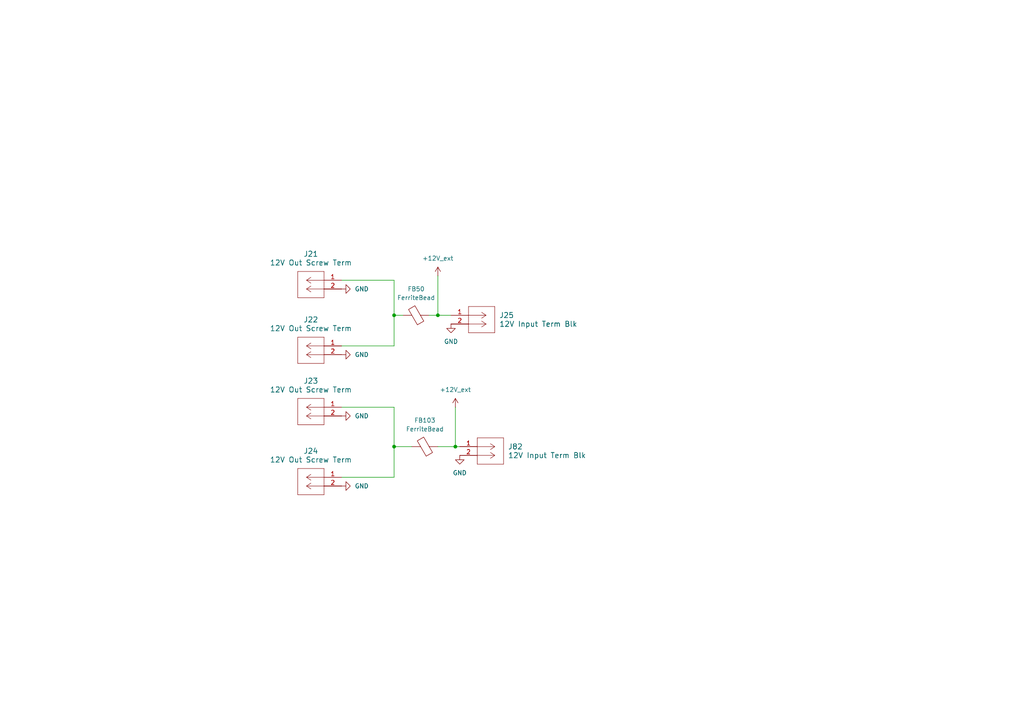
<source format=kicad_sch>
(kicad_sch (version 20231120) (generator "eeschema") (generator_version "8.0")
  (paper "A4")
  (title_block (title "PWR SPLY Screw Terminals for Fans") (date "2024-04-04") (rev "1.0"))
  (lib_symbols
    (symbol "BCRL_power_supply:OSTVN02A150" (pin_names (offset 0.254) hide)
      (property "Reference" "J" (at 8.89 6.35 0))
      (property "Value" "OSTVN02A150" (at 5.08 -6.35 0))
      (symbol "OSTVN02A150_1_1"
        (polyline (pts (xy 5.08 -5.08) (xy 12.7 -5.08)) (stroke (width 0.127)))
        (polyline (pts (xy 5.08 2.54) (xy 5.08 -5.08)) (stroke (width 0.127)))
        (polyline (pts (xy 10.16 -2.54) (xy 5.08 -2.54)) (stroke (width 0.127)))
        (polyline (pts (xy 10.16 -2.54) (xy 8.89 -3.3867)) (stroke (width 0.127)))
        (polyline (pts (xy 10.16 -2.54) (xy 8.89 -1.6933)) (stroke (width 0.127)))
        (polyline (pts (xy 10.16 0) (xy 5.08 0)) (stroke (width 0.127)))
        (polyline (pts (xy 10.16 0) (xy 8.89 -0.8467)) (stroke (width 0.127)))
        (polyline (pts (xy 10.16 0) (xy 8.89 0.8467)) (stroke (width 0.127)))
        (polyline (pts (xy 12.7 -5.08) (xy 12.7 2.54)) (stroke (width 0.127)))
        (polyline (pts (xy 12.7 2.54) (xy 5.08 2.54)) (stroke (width 0.127)))
        (pin unspecified line (at 0 0 0) (length 5.08) (name "1") (number "1"))
        (pin unspecified line (at 0 -2.54 0) (length 5.08) (name "2") (number "2"))
      )
      (symbol "OSTVN02A150_1_2"
        (polyline (pts (xy 5.08 -5.08) (xy 12.7 -5.08)) (stroke (width 0.127)))
        (polyline (pts (xy 5.08 2.54) (xy 5.08 -5.08)) (stroke (width 0.127)))
        (polyline (pts (xy 7.62 -2.54) (xy 5.08 -2.54)) (stroke (width 0.127)))
        (polyline (pts (xy 7.62 -2.54) (xy 8.89 -3.3867)) (stroke (width 0.127)))
        (polyline (pts (xy 7.62 -2.54) (xy 8.89 -1.6933)) (stroke (width 0.127)))
        (polyline (pts (xy 7.62 0) (xy 5.08 0)) (stroke (width 0.127)))
        (polyline (pts (xy 7.62 0) (xy 8.89 -0.8467)) (stroke (width 0.127)))
        (polyline (pts (xy 7.62 0) (xy 8.89 0.8467)) (stroke (width 0.127)))
        (polyline (pts (xy 12.7 -5.08) (xy 12.7 2.54)) (stroke (width 0.127)))
        (polyline (pts (xy 12.7 2.54) (xy 5.08 2.54)) (stroke (width 0.127)))
        (pin unspecified line (at 0 0 0) (length 5.08) (name "1") (number "1"))
        (pin unspecified line (at 0 -2.54 0) (length 5.08) (name "2") (number "2"))
      )
    )
    (symbol "Device:FerriteBead" (pin_numbers hide) (pin_names (offset 0))
      (property "Reference" "FB" (at -3.81 0.635 90))
      (property "Value" "FerriteBead" (at 3.81 0 90))
      (symbol "FerriteBead_0_1"
        (polyline (pts (xy 0 -1.27) (xy 0 -1.2192)))
        (polyline (pts (xy 0 1.27) (xy 0 1.2954)))
        (polyline (pts (xy -2.7686 0.4064) (xy -1.7018 2.2606) (xy 2.7686 -0.3048) (xy 1.6764 -2.159) (xy -2.7686 0.4064)))
      )
      (symbol "FerriteBead_1_1"
        (pin passive line (at 0 3.81 270) (length 2.54) (name "~") (number "1"))
        (pin passive line (at 0 -3.81 90) (length 2.54) (name "~") (number "2"))
      )
    )
    (symbol "GND_1" (power) (pin_numbers hide) (pin_names (offset 0) hide)
      (property "Value" "GND" (at 0 -3.81 0))
      (symbol "GND_1_0_1"
        (polyline (pts (xy 0 0) (xy 0 -1.27) (xy 1.27 -1.27) (xy 0 -2.54) (xy -1.27 -1.27) (xy 0 -1.27)))
      )
      (symbol "GND_1_1_1"
        (pin power_in line (at 0 0 270) (length 0) hide (name "GND") (number "1"))
      )
    )
    (symbol "GND_2" (power) (pin_numbers hide) (pin_names (offset 0) hide)
      (property "Value" "GND" (at 0 -3.81 0))
      (symbol "GND_2_0_1"
        (polyline (pts (xy 0 0) (xy 0 -1.27) (xy 1.27 -1.27) (xy 0 -2.54) (xy -1.27 -1.27) (xy 0 -1.27)))
      )
      (symbol "GND_2_1_1"
        (pin power_in line (at 0 0 270) (length 0) hide (name "GND") (number "1"))
      )
    )
    (symbol "GND_3" (power) (pin_numbers hide) (pin_names (offset 0) hide)
      (property "Value" "GND" (at 0 -3.81 0))
      (symbol "GND_3_0_1"
        (polyline (pts (xy 0 0) (xy 0 -1.27) (xy 1.27 -1.27) (xy 0 -2.54) (xy -1.27 -1.27) (xy 0 -1.27)))
      )
      (symbol "GND_3_1_1"
        (pin power_in line (at 0 0 270) (length 0) hide (name "GND") (number "1"))
      )
    )
    (symbol "GND_4" (power) (pin_numbers hide) (pin_names (offset 0) hide)
      (property "Value" "GND" (at 0 -3.81 0))
      (symbol "GND_4_0_1"
        (polyline (pts (xy 0 0) (xy 0 -1.27) (xy 1.27 -1.27) (xy 0 -2.54) (xy -1.27 -1.27) (xy 0 -1.27)))
      )
      (symbol "GND_4_1_1"
        (pin power_in line (at 0 0 270) (length 0) hide (name "GND") (number "1"))
      )
    )
    (symbol "OSTVN02A150_1" (pin_names (offset 0.254) hide)
      (property "Reference" "J" (at 8.89 6.35 0))
      (property "Value" "OSTVN02A150" (at 5.08 -6.35 0))
      (symbol "OSTVN02A150_1_1_1"
        (polyline (pts (xy 5.08 -5.08) (xy 12.7 -5.08)) (stroke (width 0.127)))
        (polyline (pts (xy 5.08 2.54) (xy 5.08 -5.08)) (stroke (width 0.127)))
        (polyline (pts (xy 10.16 -2.54) (xy 5.08 -2.54)) (stroke (width 0.127)))
        (polyline (pts (xy 10.16 -2.54) (xy 8.89 -3.3867)) (stroke (width 0.127)))
        (polyline (pts (xy 10.16 -2.54) (xy 8.89 -1.6933)) (stroke (width 0.127)))
        (polyline (pts (xy 10.16 0) (xy 5.08 0)) (stroke (width 0.127)))
        (polyline (pts (xy 10.16 0) (xy 8.89 -0.8467)) (stroke (width 0.127)))
        (polyline (pts (xy 10.16 0) (xy 8.89 0.8467)) (stroke (width 0.127)))
        (polyline (pts (xy 12.7 -5.08) (xy 12.7 2.54)) (stroke (width 0.127)))
        (polyline (pts (xy 12.7 2.54) (xy 5.08 2.54)) (stroke (width 0.127)))
        (pin unspecified line (at 0 0 0) (length 5.08) (name "1") (number "1"))
        (pin unspecified line (at 0 -2.54 0) (length 5.08) (name "2") (number "2"))
      )
      (symbol "OSTVN02A150_1_1_2"
        (polyline (pts (xy 5.08 -5.08) (xy 12.7 -5.08)) (stroke (width 0.127)))
        (polyline (pts (xy 5.08 2.54) (xy 5.08 -5.08)) (stroke (width 0.127)))
        (polyline (pts (xy 7.62 -2.54) (xy 5.08 -2.54)) (stroke (width 0.127)))
        (polyline (pts (xy 7.62 -2.54) (xy 8.89 -3.3867)) (stroke (width 0.127)))
        (polyline (pts (xy 7.62 -2.54) (xy 8.89 -1.6933)) (stroke (width 0.127)))
        (polyline (pts (xy 7.62 0) (xy 5.08 0)) (stroke (width 0.127)))
        (polyline (pts (xy 7.62 0) (xy 8.89 -0.8467)) (stroke (width 0.127)))
        (polyline (pts (xy 7.62 0) (xy 8.89 0.8467)) (stroke (width 0.127)))
        (polyline (pts (xy 12.7 -5.08) (xy 12.7 2.54)) (stroke (width 0.127)))
        (polyline (pts (xy 12.7 2.54) (xy 5.08 2.54)) (stroke (width 0.127)))
        (pin unspecified line (at 0 0 0) (length 5.08) (name "1") (number "1"))
        (pin unspecified line (at 0 -2.54 0) (length 5.08) (name "2") (number "2"))
      )
    )
    (symbol "power:+12V" (power) (pin_numbers hide) (pin_names (offset 0) hide)
      (property "Value" "+12V" (at 0 3.556 0))
      (symbol "+12V_0_1"
        (polyline (pts (xy -0.762 1.27) (xy 0 2.54)))
        (polyline (pts (xy 0 0) (xy 0 2.54)))
        (polyline (pts (xy 0 2.54) (xy 0.762 1.27)))
      )
      (symbol "+12V_1_1"
        (pin power_in line (at 0 0 90) (length 0) (name "~") (number "1"))
      )
    )
    (symbol "power:GND" (power) (pin_numbers hide) (pin_names (offset 0) hide)
      (property "Value" "GND" (at 0 -3.81 0))
      (symbol "GND_0_1"
        (polyline (pts (xy 0 0) (xy 0 -1.27) (xy 1.27 -1.27) (xy 0 -2.54) (xy -1.27 -1.27) (xy 0 -1.27)))
      )
      (symbol "GND_1_1"
        (pin power_in line (at 0 0 270) (length 0) hide (name "GND") (number "1"))
      )
    )
  )
  (junction (at 114.3 91.44))
  (junction (at 132.08 129.54))
  (junction (at 114.3 129.54))
  (junction (at 127 91.44))
  (wire (pts (xy 127 129.54) (xy 132.08 129.54)))
  (wire (pts (xy 114.3 118.11) (xy 114.3 129.54)))
  (wire (pts (xy 114.3 81.28) (xy 114.3 91.44)))
  (wire (pts (xy 114.3 91.44) (xy 114.3 100.33)))
  (wire (pts (xy 99.06 81.28) (xy 114.3 81.28)))
  (wire (pts (xy 127 80.01) (xy 127 91.44)))
  (wire (pts (xy 99.06 100.33) (xy 114.3 100.33)))
  (wire (pts (xy 114.3 91.44) (xy 116.84 91.44)))
  (wire (pts (xy 132.08 129.54) (xy 133.35 129.54)))
  (wire (pts (xy 124.46 91.44) (xy 127 91.44)))
  (wire (pts (xy 99.06 138.43) (xy 114.3 138.43)))
  (wire (pts (xy 132.08 118.11) (xy 132.08 129.54)))
  (wire (pts (xy 127 91.44) (xy 130.81 91.44)))
  (wire (pts (xy 99.06 118.11) (xy 114.3 118.11)))
  (wire (pts (xy 114.3 129.54) (xy 119.38 129.54)))
  (wire (pts (xy 114.3 129.54) (xy 114.3 138.43)))
  (symbol (lib_id "BCRL_power_supply:OSTVN02A150") (at 130.81 91.44 0) (unit 1)
    (property "Reference" "J25" (at 144.78 91.4399 0) (effects (font (size 1.524 1.524)) (justify left)))
    (property "Value" "12V Input Term Blk" (at 144.78 93.9799 0) (effects (font (size 1.524 1.524)) (justify left)))
    (property "Footprint" "BCRL_power_supply:CONN_OSTVN02A150_OST" (effects (hide yes)))
    (property "Datasheet" "https://mm.digikey.com/Volume0/opasdata/d220001/medias/docus/1123/OSTVNXXA150.pdf" (effects (hide yes)))
    (property "Description" "2 Screw Terminal" (effects (hide yes)))
    (property "PN" "OSTVN02A150" (effects (hide yes)))
    (property "Mfr" "On Shore Technology Inc." (effects (hide yes)))
  )
  (symbol (lib_id "Device:FerriteBead") (at 120.65 91.44 270) (mirror x) (unit 1)
    (property "Reference" "FB50" (at 120.7008 83.82 90))
    (property "Value" "FerriteBead" (at 120.7008 86.36 90))
    (property "Footprint" "BCRL_power_supply:BEADC1005X55N" (effects (hide yes)))
    (property "Datasheet" "https://product.tdk.com/system/files/dam/doc/product/emc/emc/suppression-filter/catalog/suppression-filter_commercial_maf1005p_en.pdf" (effects (hide yes)))
    (property "Description" "Ferrite bead 9 mOhm 6A" (effects (hide yes)))
    (property "PN" "MAF1005PAD120CT000" (effects (hide yes)))
    (property "Mfr" "TDK" (effects (hide yes)))
  )
  (symbol (lib_id "power:+12V") (at 132.08 118.11 0) (unit 1)
    (property "Reference" "#PWR0327" (effects (hide yes)))
    (property "Value" "+12V_ext" (at 132.08 113.03 0))
    (property "Description" "Power symbol creates a global label with name \"+12V\"" (effects (hide yes)))
  )
  (symbol (lib_name "GND_4") (lib_id "power:GND") (at 99.06 140.97 90) (mirror x) (unit 1)
    (property "Reference" "#PWR097" (effects (hide yes)))
    (property "Value" "GND" (at 102.87 140.97 90) (effects (justify right)))
  )
  (symbol (lib_id "power:GND") (at 133.35 132.08 0) (mirror y) (unit 1)
    (property "Reference" "#PWR0323" (effects (hide yes)))
    (property "Value" "GND" (at 133.35 137.16 0))
  )
  (symbol (lib_id "Device:FerriteBead") (at 123.19 129.54 270) (mirror x) (unit 1)
    (property "Reference" "FB103" (at 123.2408 121.92 90))
    (property "Value" "FerriteBead" (at 123.2408 124.46 90))
    (property "Footprint" "BCRL_power_supply:BEADC1005X55N" (effects (hide yes)))
    (property "Datasheet" "https://product.tdk.com/system/files/dam/doc/product/emc/emc/suppression-filter/catalog/suppression-filter_commercial_maf1005p_en.pdf" (effects (hide yes)))
    (property "Description" "Ferrite bead 9 mOhm 6A" (effects (hide yes)))
    (property "PN" "MAF1005PAD120CT000" (effects (hide yes)))
    (property "Mfr" "TDK" (effects (hide yes)))
  )
  (symbol (lib_id "power:GND") (at 130.81 93.98 0) (mirror y) (unit 1)
    (property "Reference" "#PWR098" (effects (hide yes)))
    (property "Value" "GND" (at 130.81 99.06 0))
  )
  (symbol (lib_id "power:+12V") (at 127 80.01 0) (unit 1)
    (property "Reference" "#PWR0326" (effects (hide yes)))
    (property "Value" "+12V_ext" (at 127 74.93 0))
    (property "Description" "Power symbol creates a global label with name \"+12V\"" (effects (hide yes)))
  )
  (symbol (lib_name "OSTVN02A150_1") (lib_id "2024-02-14_22-22-09:OSTVN02A150") (at 99.06 138.43 0) (mirror y) (unit 1)
    (property "Reference" "J24" (at 90.17 130.81 0) (effects (font (size 1.524 1.524))))
    (property "Value" "12V Out Screw Term" (at 90.17 133.35 0) (effects (font (size 1.524 1.524))))
    (property "Footprint" "BCRL_power_supply:CONN_OSTVN02A150_OST" (effects (hide yes)))
    (property "Description" "2 Screw Terminal" (effects (hide yes)))
    (property "PN" "OSTVN02A150" (effects (hide yes)))
    (property "Mfr" "On Shore Technology Inc." (effects (hide yes)))
  )
  (symbol (lib_name "OSTVN02A150_1") (lib_id "2024-02-14_22-22-09:OSTVN02A150") (at 99.06 100.33 0) (mirror y) (unit 1)
    (property "Reference" "J22" (at 90.17 92.71 0) (effects (font (size 1.524 1.524))))
    (property "Value" "12V Out Screw Term" (at 90.17 95.25 0) (effects (font (size 1.524 1.524))))
    (property "Footprint" "BCRL_power_supply:CONN_OSTVN02A150_OST" (effects (hide yes)))
    (property "Description" "2 Screw Terminal" (effects (hide yes)))
    (property "PN" "OSTVN02A150" (effects (hide yes)))
    (property "Mfr" "On Shore Technology Inc." (effects (hide yes)))
  )
  (symbol (lib_id "BCRL_power_supply:OSTVN02A150") (at 133.35 129.54 0) (unit 1)
    (property "Reference" "J82" (at 147.32 129.5399 0) (effects (font (size 1.524 1.524)) (justify left)))
    (property "Value" "12V Input Term Blk" (at 147.32 132.0799 0) (effects (font (size 1.524 1.524)) (justify left)))
    (property "Footprint" "BCRL_power_supply:CONN_OSTVN02A150_OST" (effects (hide yes)))
    (property "Datasheet" "https://mm.digikey.com/Volume0/opasdata/d220001/medias/docus/1123/OSTVNXXA150.pdf" (effects (hide yes)))
    (property "Description" "2 Screw Terminal" (effects (hide yes)))
    (property "PN" "OSTVN02A150" (effects (hide yes)))
    (property "Mfr" "On Shore Technology Inc." (effects (hide yes)))
  )
  (symbol (lib_name "OSTVN02A150_1") (lib_id "2024-02-14_22-22-09:OSTVN02A150") (at 99.06 118.11 0) (mirror y) (unit 1)
    (property "Reference" "J23" (at 90.17 110.49 0) (effects (font (size 1.524 1.524))))
    (property "Value" "12V Out Screw Term" (at 90.17 113.03 0) (effects (font (size 1.524 1.524))))
    (property "Footprint" "BCRL_power_supply:CONN_OSTVN02A150_OST" (effects (hide yes)))
    (property "Description" "2 Screw Terminal" (effects (hide yes)))
    (property "PN" "OSTVN02A150" (effects (hide yes)))
    (property "Mfr" "On Shore Technology Inc." (effects (hide yes)))
  )
  (symbol (lib_name "GND_3") (lib_id "power:GND") (at 99.06 120.65 90) (mirror x) (unit 1)
    (property "Reference" "#PWR096" (effects (hide yes)))
    (property "Value" "GND" (at 102.87 120.65 90) (effects (justify right)))
  )
  (symbol (lib_name "GND_2") (lib_id "power:GND") (at 99.06 102.87 90) (mirror x) (unit 1)
    (property "Reference" "#PWR095" (effects (hide yes)))
    (property "Value" "GND" (at 102.87 102.87 90) (effects (justify right)))
  )
  (symbol (lib_name "GND_1") (lib_id "power:GND") (at 99.06 83.82 90) (mirror x) (unit 1)
    (property "Reference" "#PWR094" (effects (hide yes)))
    (property "Value" "GND" (at 102.87 83.82 90) (effects (justify right)))
  )
  (symbol (lib_name "OSTVN02A150_1") (lib_id "2024-02-14_22-22-09:OSTVN02A150") (at 99.06 81.28 0) (mirror y) (unit 1)
    (property "Reference" "J21" (at 90.17 73.66 0) (effects (font (size 1.524 1.524))))
    (property "Value" "12V Out Screw Term" (at 90.17 76.2 0) (effects (font (size 1.524 1.524))))
    (property "Footprint" "BCRL_power_supply:CONN_OSTVN02A150_OST" (effects (hide yes)))
    (property "Description" "2 Screw Terminal" (effects (hide yes)))
    (property "PN" "OSTVN02A150" (effects (hide yes)))
    (property "Mfr" "On Shore Technology Inc." (effects (hide yes)))
  )
)
</source>
